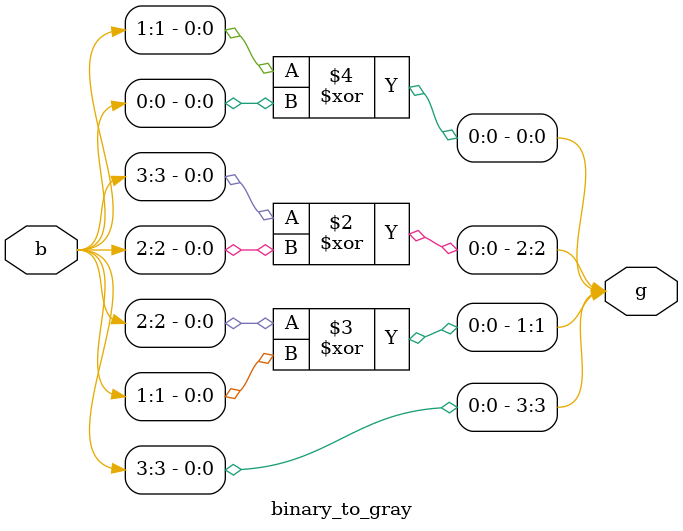
<source format=v>
module binary_to_gray(
input [3:0] b,
output reg [3:0] g
);

always @(*) begin 
    g[3] = b[3];
    g[2] = b[3] ^ b[2];
    g[1] = b[2] ^ b[1];
    g[0] = b[1] ^ b[0];
    //g = b ^ (b >> 1); ----> shortcut
end
endmodule

</source>
